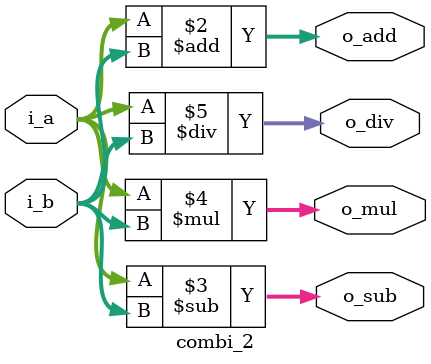
<source format=v>
`timescale 1ns / 1ps

module combi_2(
	input	[7:0]	i_a,
	input	[7:0]	i_b,

	output reg 	[8:0]	o_add,
	output reg	[7:0]	o_sub,
	output reg	[15:0]	o_mul,
	output reg	[7:0]	o_div
);

	always @(*) begin
		o_add = i_a + i_b;
		o_sub = i_a - i_b;
		o_mul = i_a * i_b;
		o_div = i_a / i_b;
	end
endmodule


</source>
